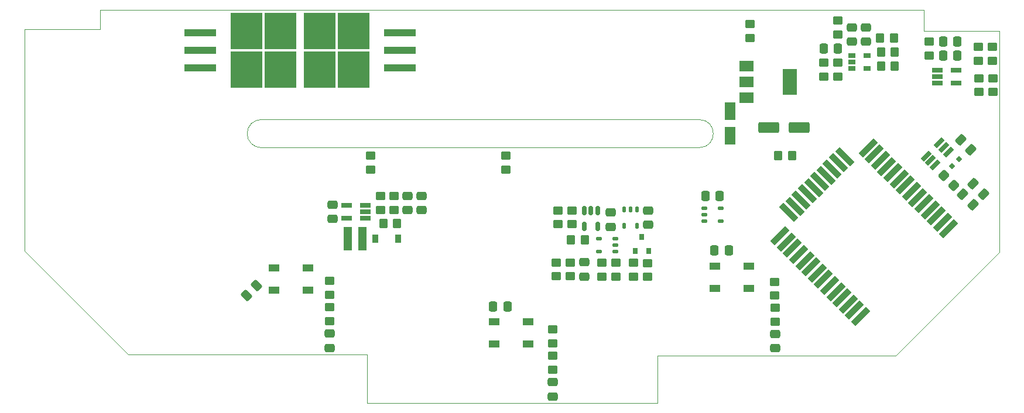
<source format=gtp>
G04 #@! TF.GenerationSoftware,KiCad,Pcbnew,(6.0.2)*
G04 #@! TF.CreationDate,2023-01-14T17:30:24+01:00*
G04 #@! TF.ProjectId,SenseEHajo,53656e73-6545-4486-916a-6f2e6b696361,rev?*
G04 #@! TF.SameCoordinates,Original*
G04 #@! TF.FileFunction,Paste,Top*
G04 #@! TF.FilePolarity,Positive*
%FSLAX46Y46*%
G04 Gerber Fmt 4.6, Leading zero omitted, Abs format (unit mm)*
G04 Created by KiCad (PCBNEW (6.0.2)) date 2023-01-14 17:30:24*
%MOMM*%
%LPD*%
G01*
G04 APERTURE LIST*
G04 Aperture macros list*
%AMRoundRect*
0 Rectangle with rounded corners*
0 $1 Rounding radius*
0 $2 $3 $4 $5 $6 $7 $8 $9 X,Y pos of 4 corners*
0 Add a 4 corners polygon primitive as box body*
4,1,4,$2,$3,$4,$5,$6,$7,$8,$9,$2,$3,0*
0 Add four circle primitives for the rounded corners*
1,1,$1+$1,$2,$3*
1,1,$1+$1,$4,$5*
1,1,$1+$1,$6,$7*
1,1,$1+$1,$8,$9*
0 Add four rect primitives between the rounded corners*
20,1,$1+$1,$2,$3,$4,$5,0*
20,1,$1+$1,$4,$5,$6,$7,0*
20,1,$1+$1,$6,$7,$8,$9,0*
20,1,$1+$1,$8,$9,$2,$3,0*%
%AMRotRect*
0 Rectangle, with rotation*
0 The origin of the aperture is its center*
0 $1 length*
0 $2 width*
0 $3 Rotation angle, in degrees counterclockwise*
0 Add horizontal line*
21,1,$1,$2,0,0,$3*%
G04 Aperture macros list end*
G04 #@! TA.AperFunction,Profile*
%ADD10C,0.050000*%
G04 #@! TD*
%ADD11RoundRect,0.150000X-0.150000X0.512500X-0.150000X-0.512500X0.150000X-0.512500X0.150000X0.512500X0*%
%ADD12RotRect,3.000000X0.900000X225.000000*%
%ADD13RotRect,3.000000X0.900000X315.000000*%
%ADD14RoundRect,0.250000X0.475000X-0.337500X0.475000X0.337500X-0.475000X0.337500X-0.475000X-0.337500X0*%
%ADD15RoundRect,0.250000X-0.337500X-0.475000X0.337500X-0.475000X0.337500X0.475000X-0.337500X0.475000X0*%
%ADD16RoundRect,0.250000X0.337500X0.475000X-0.337500X0.475000X-0.337500X-0.475000X0.337500X-0.475000X0*%
%ADD17RoundRect,0.250000X0.550000X-1.050000X0.550000X1.050000X-0.550000X1.050000X-0.550000X-1.050000X0*%
%ADD18RoundRect,0.250000X1.250000X0.550000X-1.250000X0.550000X-1.250000X-0.550000X1.250000X-0.550000X0*%
%ADD19RoundRect,0.250000X-0.097227X0.574524X-0.574524X0.097227X0.097227X-0.574524X0.574524X-0.097227X0*%
%ADD20RoundRect,0.250000X-0.450000X0.350000X-0.450000X-0.350000X0.450000X-0.350000X0.450000X0.350000X0*%
%ADD21R,1.560000X0.650000*%
%ADD22RoundRect,0.137500X-0.262500X-0.137500X0.262500X-0.137500X0.262500X0.137500X-0.262500X0.137500X0*%
%ADD23R,1.300000X3.400000*%
%ADD24R,0.800000X0.900000*%
%ADD25RoundRect,0.250000X0.450000X-0.350000X0.450000X0.350000X-0.450000X0.350000X-0.450000X-0.350000X0*%
%ADD26RoundRect,0.250000X0.350000X0.450000X-0.350000X0.450000X-0.350000X-0.450000X0.350000X-0.450000X0*%
%ADD27RoundRect,0.250000X-0.350000X-0.450000X0.350000X-0.450000X0.350000X0.450000X-0.350000X0.450000X0*%
%ADD28R,4.550000X5.250000*%
%ADD29R,4.600000X1.100000*%
%ADD30R,1.060000X0.650000*%
%ADD31R,2.000000X1.500000*%
%ADD32R,2.000000X3.800000*%
%ADD33RoundRect,0.250000X0.574524X0.097227X0.097227X0.574524X-0.574524X-0.097227X-0.097227X-0.574524X0*%
%ADD34R,0.900000X1.200000*%
%ADD35RotRect,1.560000X0.650000X45.000000*%
%ADD36R,1.500000X1.000000*%
%ADD37RoundRect,0.137500X0.262500X0.137500X-0.262500X0.137500X-0.262500X-0.137500X0.262500X-0.137500X0*%
%ADD38RoundRect,0.137500X-0.137500X0.262500X-0.137500X-0.262500X0.137500X-0.262500X0.137500X0.262500X0*%
%ADD39RotRect,0.600000X0.700000X45.000000*%
%ADD40RoundRect,0.250000X-0.574524X-0.097227X-0.097227X-0.574524X0.574524X0.097227X0.097227X0.574524X0*%
%ADD41RoundRect,0.250000X0.565685X0.070711X0.070711X0.565685X-0.565685X-0.070711X-0.070711X-0.565685X0*%
G04 APERTURE END LIST*
D10*
X23114000Y-55245000D02*
X23114000Y-23114000D01*
X57353200Y-36195000D02*
X76708000Y-36195000D01*
X76708000Y-40259000D02*
X57353200Y-40259000D01*
X120675400Y-40259000D02*
G75*
G03*
X120675400Y-36195000I0J2032000D01*
G01*
X164084000Y-49276000D02*
X164084000Y-55372000D01*
X112420400Y-36195000D02*
X76708000Y-36195000D01*
X76708000Y-40259000D02*
X120675400Y-40259000D01*
X118643400Y-20320000D02*
X153162000Y-20320000D01*
X112420400Y-36195000D02*
X120675400Y-36195000D01*
X114579400Y-20345400D02*
X118668800Y-20345400D01*
X118668800Y-20345400D02*
X118643400Y-20320000D01*
X34036000Y-23114000D02*
X34036000Y-20320000D01*
X164084000Y-23368000D02*
X164084000Y-30988000D01*
X153162000Y-20320000D02*
X153162000Y-23368000D01*
X114681000Y-77216000D02*
X72644000Y-77216000D01*
X114579400Y-20345400D02*
X34036000Y-20320000D01*
X57353200Y-36195000D02*
G75*
G03*
X57353200Y-40259000I-25401J-2032000D01*
G01*
X38100000Y-70231000D02*
X46761400Y-70231000D01*
X114681000Y-70358000D02*
X114681000Y-77216000D01*
X46761400Y-70231000D02*
X49072800Y-70231000D01*
X38100000Y-70231000D02*
X23114000Y-55245000D01*
X153162000Y-23368000D02*
X164084000Y-23368000D01*
X149098000Y-70358000D02*
X114681000Y-70358000D01*
X72644000Y-77216000D02*
X72644000Y-70231000D01*
X164084000Y-30988000D02*
X164084000Y-49276000D01*
X72644000Y-70231000D02*
X49072800Y-70231000D01*
X164084000Y-55372000D02*
X149098000Y-70358000D01*
X23114000Y-23114000D02*
X34036000Y-23114000D01*
D11*
X105969600Y-49403000D03*
X105019600Y-49403000D03*
X104069600Y-49403000D03*
X104069600Y-51678000D03*
X105969600Y-51678000D03*
D12*
X156756156Y-51970446D03*
X155858130Y-51072421D03*
X154960104Y-50174395D03*
X154062079Y-49276370D03*
X153164053Y-48378344D03*
X152266027Y-47480318D03*
X151368002Y-46582293D03*
X150469976Y-45684267D03*
X149571951Y-44786242D03*
X148673925Y-43888216D03*
X147775899Y-42990190D03*
X146877874Y-42092165D03*
X145979848Y-41194139D03*
X145081823Y-40296113D03*
D13*
X141698317Y-41558299D03*
X140800291Y-42456325D03*
X139902265Y-43354350D03*
X139004240Y-44252376D03*
X138106214Y-45150402D03*
X137208189Y-46048427D03*
X136310163Y-46946453D03*
X135412137Y-47844478D03*
X134514112Y-48742504D03*
X133616086Y-49640530D03*
D12*
X132353900Y-53024036D03*
X133251926Y-53922061D03*
X134149952Y-54820087D03*
X135047977Y-55718112D03*
X135946003Y-56616138D03*
X136844029Y-57514164D03*
X137742054Y-58412189D03*
X138640080Y-59310215D03*
X139538105Y-60208240D03*
X140436131Y-61106266D03*
X141334157Y-62004292D03*
X142232182Y-62902317D03*
X143130208Y-63800343D03*
X144028233Y-64698369D03*
D14*
X144780000Y-24935000D03*
X144780000Y-22860000D03*
D15*
X155956000Y-26956000D03*
X158031000Y-26956000D03*
X155956000Y-24892000D03*
X158031000Y-24892000D03*
D14*
X142748000Y-24935000D03*
X142748000Y-22860000D03*
D16*
X140759000Y-25908000D03*
X138684000Y-25908000D03*
D14*
X131622800Y-69291200D03*
X131622800Y-67216200D03*
X99491800Y-76276200D03*
X99491800Y-74201200D03*
X67208400Y-69258000D03*
X67208400Y-67183000D03*
D17*
X125120400Y-38550400D03*
X125120400Y-34950400D03*
D14*
X67691000Y-50558500D03*
X67691000Y-48483500D03*
D18*
X135128000Y-37338000D03*
X130728000Y-37338000D03*
D14*
X78508300Y-49319000D03*
X78508300Y-47244000D03*
X80489500Y-49319000D03*
X80489500Y-47244000D03*
D15*
X90889000Y-63246000D03*
X92964000Y-63246000D03*
X122893000Y-55118000D03*
X124968000Y-55118000D03*
D19*
X56642000Y-60198000D03*
X55174754Y-61665246D03*
D20*
X153924000Y-24924000D03*
X153924000Y-26924000D03*
D21*
X155114000Y-29022000D03*
X155114000Y-29972000D03*
X155114000Y-30922000D03*
X157814000Y-30922000D03*
X157814000Y-29022000D03*
D22*
X121412000Y-49022000D03*
X121412000Y-49972000D03*
X121412000Y-50922000D03*
X123812000Y-50922000D03*
X123812000Y-49022000D03*
D23*
X69850000Y-53441600D03*
X71950000Y-53441600D03*
D24*
X111445800Y-55194200D03*
X113345800Y-55194200D03*
X112395800Y-53194200D03*
D25*
X74574400Y-49276000D03*
X74574400Y-47276000D03*
D20*
X140716000Y-27972000D03*
X140716000Y-29972000D03*
X138684000Y-27972000D03*
X138684000Y-29972000D03*
D26*
X148971000Y-26416000D03*
X146971000Y-26416000D03*
D20*
X92710000Y-41402000D03*
X92710000Y-43402000D03*
X73152000Y-41402000D03*
X73152000Y-43402000D03*
D26*
X148844000Y-24384000D03*
X146844000Y-24384000D03*
D25*
X128016000Y-24352000D03*
X128016000Y-22352000D03*
D20*
X131597400Y-59679000D03*
X131597400Y-61679000D03*
X131622800Y-63438200D03*
X131622800Y-65438200D03*
X108626400Y-56921400D03*
X108626400Y-58921400D03*
X101997000Y-56870600D03*
X101997000Y-58870600D03*
D27*
X74980400Y-51206400D03*
X76980400Y-51206400D03*
D20*
X76527100Y-47272500D03*
X76527100Y-49272500D03*
D25*
X99965000Y-58870600D03*
X99965000Y-56870600D03*
D20*
X113198400Y-56956200D03*
X113198400Y-58956200D03*
D25*
X111191800Y-58937400D03*
X111191800Y-56937400D03*
X106594400Y-58921400D03*
X106594400Y-56921400D03*
D27*
X102130600Y-53644800D03*
X104130600Y-53644800D03*
D25*
X161086800Y-32200600D03*
X161086800Y-30200600D03*
D28*
X65828000Y-28937000D03*
X70678000Y-28937000D03*
X65828000Y-23387000D03*
X70678000Y-23387000D03*
D29*
X77403000Y-28702000D03*
X77403000Y-26162000D03*
X77403000Y-23622000D03*
D28*
X55230000Y-28930000D03*
X60080000Y-28930000D03*
X55230000Y-23380000D03*
X60080000Y-23380000D03*
D29*
X48505000Y-23615000D03*
X48505000Y-26155000D03*
X48505000Y-28695000D03*
D30*
X142791000Y-26924000D03*
X142791000Y-27874000D03*
X142791000Y-28824000D03*
X144991000Y-28824000D03*
X144991000Y-26924000D03*
D31*
X127482600Y-28420000D03*
X127482600Y-30720000D03*
D32*
X133782600Y-30720000D03*
D31*
X127482600Y-33020000D03*
D21*
X72415400Y-50505400D03*
X72415400Y-49555400D03*
X72415400Y-48605400D03*
X69715400Y-48605400D03*
X69715400Y-50505400D03*
D33*
X161769623Y-46961623D03*
X160302377Y-45494377D03*
X160245623Y-48485623D03*
X158778377Y-47018377D03*
D34*
X77137800Y-53416200D03*
X73837800Y-53416200D03*
D27*
X132112000Y-41402000D03*
X134112000Y-41402000D03*
D15*
X121548100Y-47294800D03*
X123623100Y-47294800D03*
D20*
X99491800Y-66581200D03*
X99491800Y-68581200D03*
D26*
X148971000Y-28448000D03*
X146971000Y-28448000D03*
D14*
X107889800Y-51732000D03*
X107889800Y-49657000D03*
D20*
X163042600Y-25679400D03*
X163042600Y-27679400D03*
X67208400Y-59569600D03*
X67208400Y-61569600D03*
D25*
X100269800Y-51333400D03*
X100269800Y-49333400D03*
D14*
X113325400Y-51435000D03*
X113325400Y-49360000D03*
D35*
X153465308Y-41459686D03*
X154137060Y-42131437D03*
X154808811Y-42803189D03*
X156718000Y-40894000D03*
X156046248Y-40222249D03*
X155374497Y-39550497D03*
D20*
X140716000Y-21876000D03*
X140716000Y-23876000D03*
D36*
X122936000Y-57404000D03*
X122936000Y-60604000D03*
X127836000Y-60604000D03*
X127836000Y-57404000D03*
D37*
X108575600Y-55331400D03*
X108575600Y-54381400D03*
X108575600Y-53431400D03*
X106175600Y-53431400D03*
X106175600Y-55331400D03*
D38*
X111699800Y-49174400D03*
X110749800Y-49174400D03*
X109799800Y-49174400D03*
X109799800Y-51574400D03*
X111699800Y-51574400D03*
D20*
X67208400Y-63379600D03*
X67208400Y-65379600D03*
X99491800Y-70391200D03*
X99491800Y-72391200D03*
D39*
X158242000Y-41936050D03*
X157252050Y-42926000D03*
D20*
X163118800Y-30200600D03*
X163118800Y-32200600D03*
D40*
X158496000Y-39116000D03*
X159963246Y-40583246D03*
D36*
X59182000Y-57658000D03*
X59182000Y-60858000D03*
X64082000Y-60858000D03*
X64082000Y-57658000D03*
D14*
X104054400Y-58920200D03*
X104054400Y-56845200D03*
D25*
X161061400Y-27679400D03*
X161061400Y-25679400D03*
D36*
X91022000Y-65456000D03*
X91022000Y-68656000D03*
X95922000Y-68656000D03*
X95922000Y-65456000D03*
D20*
X102276400Y-49333400D03*
X102276400Y-51333400D03*
D41*
X157480000Y-45720000D03*
X156065786Y-44305786D03*
M02*

</source>
